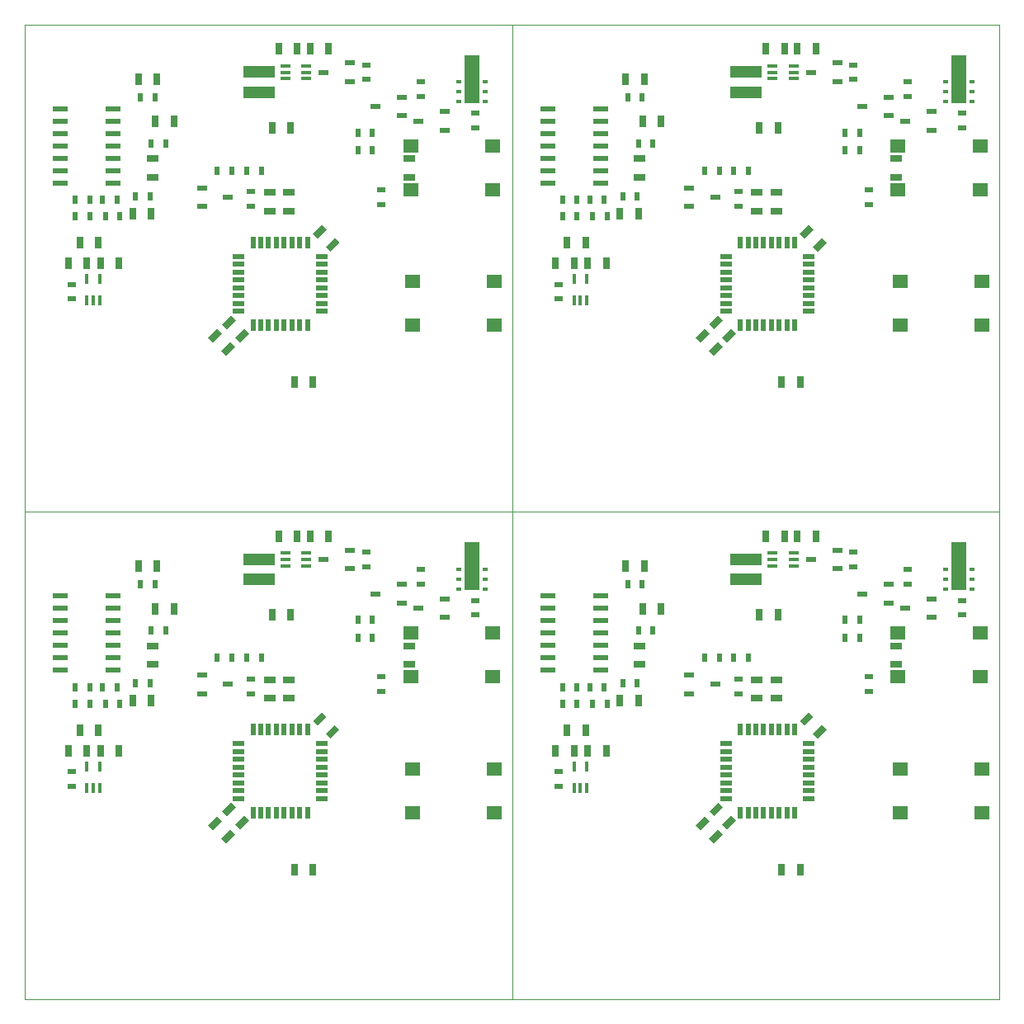
<source format=gbr>
G04 #@! TF.FileFunction,Paste,Top*
%FSLAX46Y46*%
G04 Gerber Fmt 4.6, Leading zero omitted, Abs format (unit mm)*
G04 Created by KiCad (PCBNEW 4.0.4+dfsg1-stable) date Sun Feb 12 12:23:04 2017*
%MOMM*%
%LPD*%
G01*
G04 APERTURE LIST*
%ADD10C,0.100000*%
%ADD11R,1.000000X0.600000*%
%ADD12R,0.900000X0.500000*%
%ADD13R,0.600000X0.400000*%
%ADD14R,1.500000X5.000000*%
%ADD15R,1.600000X1.400000*%
%ADD16R,1.300000X0.700000*%
%ADD17R,0.700000X1.300000*%
%ADD18R,1.500000X0.600000*%
%ADD19R,0.500000X0.900000*%
%ADD20R,0.400000X1.000000*%
%ADD21R,0.500000X1.200000*%
%ADD22R,1.200000X0.500000*%
%ADD23R,3.200000X1.200000*%
%ADD24R,1.000000X0.350000*%
G04 APERTURE END LIST*
D10*
X91000000Y-40000000D02*
X191000000Y-40000000D01*
X91000000Y-90000000D02*
X191000000Y-90000000D01*
X141000000Y-40000000D02*
X141000000Y-140000000D01*
X91000000Y-140000000D02*
X191000000Y-140000000D01*
X91000000Y-40000000D02*
X91000000Y-140000000D01*
X191000000Y-40000000D02*
X191000000Y-140000000D01*
D11*
X134050000Y-100850000D03*
X134050000Y-98950000D03*
X131350000Y-99900000D03*
D12*
X137200000Y-100600000D03*
X137200000Y-99100000D03*
D13*
X138200000Y-97900000D03*
X138200000Y-96900000D03*
X138200000Y-95900000D03*
X135500000Y-95900000D03*
X135500000Y-96900000D03*
X135500000Y-97900000D03*
D14*
X136850000Y-95600000D03*
D12*
X131600000Y-97400000D03*
X131600000Y-95900000D03*
D15*
X139000000Y-106950000D03*
X139000000Y-102450000D03*
X130600000Y-106950000D03*
X130600000Y-102450000D03*
D16*
X104100000Y-103750000D03*
X104100000Y-105650000D03*
D17*
X106300000Y-99950000D03*
X104400000Y-99950000D03*
X102650000Y-95600000D03*
X104550000Y-95600000D03*
D18*
X100050000Y-106260000D03*
X100050000Y-104990000D03*
X100050000Y-103720000D03*
X100050000Y-102450000D03*
X100050000Y-101180000D03*
X100050000Y-99910000D03*
X100050000Y-98640000D03*
X94650000Y-98640000D03*
X94650000Y-99910000D03*
X94650000Y-101180000D03*
X94650000Y-102450000D03*
X94650000Y-103720000D03*
X94650000Y-104990000D03*
X94650000Y-106260000D03*
D19*
X103950000Y-102200000D03*
X105450000Y-102200000D03*
X102850000Y-97450000D03*
X104350000Y-97450000D03*
X125150000Y-101100000D03*
X126650000Y-101100000D03*
X126650000Y-102900000D03*
X125150000Y-102900000D03*
D12*
X127600000Y-108450000D03*
X127600000Y-106950000D03*
D16*
X130400000Y-105650000D03*
X130400000Y-103750000D03*
D11*
X129650000Y-99350000D03*
X129650000Y-97450000D03*
X126950000Y-98400000D03*
D12*
X114200000Y-108650000D03*
X114200000Y-107150000D03*
D19*
X113750000Y-105000000D03*
X115250000Y-105000000D03*
D16*
X116100000Y-109150000D03*
X116100000Y-107250000D03*
D11*
X109150000Y-106750000D03*
X109150000Y-108650000D03*
X111850000Y-107700000D03*
D19*
X110750000Y-105000000D03*
X112250000Y-105000000D03*
D16*
X118100000Y-109150000D03*
X118100000Y-107250000D03*
D17*
X97350000Y-114500000D03*
X95450000Y-114500000D03*
X96650000Y-112400000D03*
X98550000Y-112400000D03*
D12*
X95800000Y-118150000D03*
X95800000Y-116650000D03*
D17*
X98750000Y-114500000D03*
X100650000Y-114500000D03*
D20*
X97350000Y-118300000D03*
X98000000Y-118300000D03*
X98650000Y-118300000D03*
X98650000Y-116100000D03*
X97350000Y-116100000D03*
D15*
X139200000Y-120850000D03*
X139200000Y-116350000D03*
X130800000Y-120850000D03*
X130800000Y-116350000D03*
D10*
G36*
X113978858Y-121659619D02*
X113059619Y-122578858D01*
X112564644Y-122083883D01*
X113483883Y-121164644D01*
X113978858Y-121659619D01*
X113978858Y-121659619D01*
G37*
G36*
X112635356Y-120316117D02*
X111716117Y-121235356D01*
X111221142Y-120740381D01*
X112140381Y-119821142D01*
X112635356Y-120316117D01*
X112635356Y-120316117D01*
G37*
D21*
X120000000Y-112350000D03*
X119200000Y-112350000D03*
X118400000Y-112350000D03*
X117600000Y-112350000D03*
X116800000Y-112350000D03*
X116000000Y-112350000D03*
X115200000Y-112350000D03*
X114400000Y-112350000D03*
D22*
X112950000Y-113800000D03*
X112950000Y-114600000D03*
X112950000Y-115400000D03*
X112950000Y-116200000D03*
X112950000Y-117000000D03*
X112950000Y-117800000D03*
X112950000Y-118600000D03*
X112950000Y-119400000D03*
D21*
X114400000Y-120850000D03*
X115200000Y-120850000D03*
X116000000Y-120850000D03*
X116800000Y-120850000D03*
X117600000Y-120850000D03*
X118400000Y-120850000D03*
X119200000Y-120850000D03*
X120000000Y-120850000D03*
D22*
X121450000Y-119400000D03*
X121450000Y-118600000D03*
X121450000Y-117800000D03*
X121450000Y-117000000D03*
X121450000Y-116200000D03*
X121450000Y-115400000D03*
X121450000Y-114600000D03*
X121450000Y-113800000D03*
D10*
G36*
X112578858Y-123059619D02*
X111659619Y-123978858D01*
X111164644Y-123483883D01*
X112083883Y-122564644D01*
X112578858Y-123059619D01*
X112578858Y-123059619D01*
G37*
G36*
X111235356Y-121716117D02*
X110316117Y-122635356D01*
X109821142Y-122140381D01*
X110740381Y-121221142D01*
X111235356Y-121716117D01*
X111235356Y-121716117D01*
G37*
G36*
X120521142Y-111440381D02*
X121440381Y-110521142D01*
X121935356Y-111016117D01*
X121016117Y-111935356D01*
X120521142Y-111440381D01*
X120521142Y-111440381D01*
G37*
G36*
X121864644Y-112783883D02*
X122783883Y-111864644D01*
X123278858Y-112359619D01*
X122359619Y-113278858D01*
X121864644Y-112783883D01*
X121864644Y-112783883D01*
G37*
D17*
X120550000Y-126700000D03*
X118650000Y-126700000D03*
D19*
X98950000Y-108000000D03*
X100450000Y-108000000D03*
D17*
X102050000Y-109400000D03*
X103950000Y-109400000D03*
D19*
X96150000Y-108000000D03*
X97650000Y-108000000D03*
X102350000Y-107600000D03*
X103850000Y-107600000D03*
X96150000Y-109700000D03*
X97650000Y-109700000D03*
X99250000Y-109700000D03*
X100750000Y-109700000D03*
D11*
X124350000Y-95850000D03*
X124350000Y-93950000D03*
X121650000Y-94900000D03*
D17*
X122150000Y-92500000D03*
X120250000Y-92500000D03*
X117050000Y-92500000D03*
X118950000Y-92500000D03*
D23*
X115000000Y-96940000D03*
X115000000Y-94860000D03*
D17*
X118250000Y-100600000D03*
X116350000Y-100600000D03*
D24*
X119900000Y-95550000D03*
X119900000Y-94900000D03*
X119900000Y-94250000D03*
X117700000Y-94250000D03*
X117700000Y-94900000D03*
X117700000Y-95550000D03*
D12*
X126000000Y-95650000D03*
X126000000Y-94150000D03*
D11*
X184050000Y-100850000D03*
X184050000Y-98950000D03*
X181350000Y-99900000D03*
D12*
X187200000Y-100600000D03*
X187200000Y-99100000D03*
D13*
X188200000Y-97900000D03*
X188200000Y-96900000D03*
X188200000Y-95900000D03*
X185500000Y-95900000D03*
X185500000Y-96900000D03*
X185500000Y-97900000D03*
D14*
X186850000Y-95600000D03*
D12*
X181600000Y-97400000D03*
X181600000Y-95900000D03*
D15*
X189000000Y-106950000D03*
X189000000Y-102450000D03*
X180600000Y-106950000D03*
X180600000Y-102450000D03*
D16*
X154100000Y-103750000D03*
X154100000Y-105650000D03*
D17*
X156300000Y-99950000D03*
X154400000Y-99950000D03*
X152650000Y-95600000D03*
X154550000Y-95600000D03*
D18*
X150050000Y-106260000D03*
X150050000Y-104990000D03*
X150050000Y-103720000D03*
X150050000Y-102450000D03*
X150050000Y-101180000D03*
X150050000Y-99910000D03*
X150050000Y-98640000D03*
X144650000Y-98640000D03*
X144650000Y-99910000D03*
X144650000Y-101180000D03*
X144650000Y-102450000D03*
X144650000Y-103720000D03*
X144650000Y-104990000D03*
X144650000Y-106260000D03*
D19*
X153950000Y-102200000D03*
X155450000Y-102200000D03*
X152850000Y-97450000D03*
X154350000Y-97450000D03*
X175150000Y-101100000D03*
X176650000Y-101100000D03*
X176650000Y-102900000D03*
X175150000Y-102900000D03*
D12*
X177600000Y-108450000D03*
X177600000Y-106950000D03*
D16*
X180400000Y-105650000D03*
X180400000Y-103750000D03*
D11*
X179650000Y-99350000D03*
X179650000Y-97450000D03*
X176950000Y-98400000D03*
D12*
X164200000Y-108650000D03*
X164200000Y-107150000D03*
D19*
X163750000Y-105000000D03*
X165250000Y-105000000D03*
D16*
X166100000Y-109150000D03*
X166100000Y-107250000D03*
D11*
X159150000Y-106750000D03*
X159150000Y-108650000D03*
X161850000Y-107700000D03*
D19*
X160750000Y-105000000D03*
X162250000Y-105000000D03*
D16*
X168100000Y-109150000D03*
X168100000Y-107250000D03*
D17*
X147350000Y-114500000D03*
X145450000Y-114500000D03*
X146650000Y-112400000D03*
X148550000Y-112400000D03*
D12*
X145800000Y-118150000D03*
X145800000Y-116650000D03*
D17*
X148750000Y-114500000D03*
X150650000Y-114500000D03*
D20*
X147350000Y-118300000D03*
X148000000Y-118300000D03*
X148650000Y-118300000D03*
X148650000Y-116100000D03*
X147350000Y-116100000D03*
D15*
X189200000Y-120850000D03*
X189200000Y-116350000D03*
X180800000Y-120850000D03*
X180800000Y-116350000D03*
D10*
G36*
X163978858Y-121659619D02*
X163059619Y-122578858D01*
X162564644Y-122083883D01*
X163483883Y-121164644D01*
X163978858Y-121659619D01*
X163978858Y-121659619D01*
G37*
G36*
X162635356Y-120316117D02*
X161716117Y-121235356D01*
X161221142Y-120740381D01*
X162140381Y-119821142D01*
X162635356Y-120316117D01*
X162635356Y-120316117D01*
G37*
D21*
X170000000Y-112350000D03*
X169200000Y-112350000D03*
X168400000Y-112350000D03*
X167600000Y-112350000D03*
X166800000Y-112350000D03*
X166000000Y-112350000D03*
X165200000Y-112350000D03*
X164400000Y-112350000D03*
D22*
X162950000Y-113800000D03*
X162950000Y-114600000D03*
X162950000Y-115400000D03*
X162950000Y-116200000D03*
X162950000Y-117000000D03*
X162950000Y-117800000D03*
X162950000Y-118600000D03*
X162950000Y-119400000D03*
D21*
X164400000Y-120850000D03*
X165200000Y-120850000D03*
X166000000Y-120850000D03*
X166800000Y-120850000D03*
X167600000Y-120850000D03*
X168400000Y-120850000D03*
X169200000Y-120850000D03*
X170000000Y-120850000D03*
D22*
X171450000Y-119400000D03*
X171450000Y-118600000D03*
X171450000Y-117800000D03*
X171450000Y-117000000D03*
X171450000Y-116200000D03*
X171450000Y-115400000D03*
X171450000Y-114600000D03*
X171450000Y-113800000D03*
D10*
G36*
X162578858Y-123059619D02*
X161659619Y-123978858D01*
X161164644Y-123483883D01*
X162083883Y-122564644D01*
X162578858Y-123059619D01*
X162578858Y-123059619D01*
G37*
G36*
X161235356Y-121716117D02*
X160316117Y-122635356D01*
X159821142Y-122140381D01*
X160740381Y-121221142D01*
X161235356Y-121716117D01*
X161235356Y-121716117D01*
G37*
G36*
X170521142Y-111440381D02*
X171440381Y-110521142D01*
X171935356Y-111016117D01*
X171016117Y-111935356D01*
X170521142Y-111440381D01*
X170521142Y-111440381D01*
G37*
G36*
X171864644Y-112783883D02*
X172783883Y-111864644D01*
X173278858Y-112359619D01*
X172359619Y-113278858D01*
X171864644Y-112783883D01*
X171864644Y-112783883D01*
G37*
D17*
X170550000Y-126700000D03*
X168650000Y-126700000D03*
D19*
X148950000Y-108000000D03*
X150450000Y-108000000D03*
D17*
X152050000Y-109400000D03*
X153950000Y-109400000D03*
D19*
X146150000Y-108000000D03*
X147650000Y-108000000D03*
X152350000Y-107600000D03*
X153850000Y-107600000D03*
X146150000Y-109700000D03*
X147650000Y-109700000D03*
X149250000Y-109700000D03*
X150750000Y-109700000D03*
D11*
X174350000Y-95850000D03*
X174350000Y-93950000D03*
X171650000Y-94900000D03*
D17*
X172150000Y-92500000D03*
X170250000Y-92500000D03*
X167050000Y-92500000D03*
X168950000Y-92500000D03*
D23*
X165000000Y-96940000D03*
X165000000Y-94860000D03*
D17*
X168250000Y-100600000D03*
X166350000Y-100600000D03*
D24*
X169900000Y-95550000D03*
X169900000Y-94900000D03*
X169900000Y-94250000D03*
X167700000Y-94250000D03*
X167700000Y-94900000D03*
X167700000Y-95550000D03*
D12*
X176000000Y-95650000D03*
X176000000Y-94150000D03*
D11*
X184050000Y-50850000D03*
X184050000Y-48950000D03*
X181350000Y-49900000D03*
D12*
X187200000Y-50600000D03*
X187200000Y-49100000D03*
D13*
X188200000Y-47900000D03*
X188200000Y-46900000D03*
X188200000Y-45900000D03*
X185500000Y-45900000D03*
X185500000Y-46900000D03*
X185500000Y-47900000D03*
D14*
X186850000Y-45600000D03*
D12*
X181600000Y-47400000D03*
X181600000Y-45900000D03*
D15*
X189000000Y-56950000D03*
X189000000Y-52450000D03*
X180600000Y-56950000D03*
X180600000Y-52450000D03*
D16*
X154100000Y-53750000D03*
X154100000Y-55650000D03*
D17*
X156300000Y-49950000D03*
X154400000Y-49950000D03*
X152650000Y-45600000D03*
X154550000Y-45600000D03*
D18*
X150050000Y-56260000D03*
X150050000Y-54990000D03*
X150050000Y-53720000D03*
X150050000Y-52450000D03*
X150050000Y-51180000D03*
X150050000Y-49910000D03*
X150050000Y-48640000D03*
X144650000Y-48640000D03*
X144650000Y-49910000D03*
X144650000Y-51180000D03*
X144650000Y-52450000D03*
X144650000Y-53720000D03*
X144650000Y-54990000D03*
X144650000Y-56260000D03*
D19*
X153950000Y-52200000D03*
X155450000Y-52200000D03*
X152850000Y-47450000D03*
X154350000Y-47450000D03*
X175150000Y-51100000D03*
X176650000Y-51100000D03*
X176650000Y-52900000D03*
X175150000Y-52900000D03*
D12*
X177600000Y-58450000D03*
X177600000Y-56950000D03*
D16*
X180400000Y-55650000D03*
X180400000Y-53750000D03*
D11*
X179650000Y-49350000D03*
X179650000Y-47450000D03*
X176950000Y-48400000D03*
D12*
X164200000Y-58650000D03*
X164200000Y-57150000D03*
D19*
X163750000Y-55000000D03*
X165250000Y-55000000D03*
D16*
X166100000Y-59150000D03*
X166100000Y-57250000D03*
D11*
X159150000Y-56750000D03*
X159150000Y-58650000D03*
X161850000Y-57700000D03*
D19*
X160750000Y-55000000D03*
X162250000Y-55000000D03*
D16*
X168100000Y-59150000D03*
X168100000Y-57250000D03*
D17*
X147350000Y-64500000D03*
X145450000Y-64500000D03*
X146650000Y-62400000D03*
X148550000Y-62400000D03*
D12*
X145800000Y-68150000D03*
X145800000Y-66650000D03*
D17*
X148750000Y-64500000D03*
X150650000Y-64500000D03*
D20*
X147350000Y-68300000D03*
X148000000Y-68300000D03*
X148650000Y-68300000D03*
X148650000Y-66100000D03*
X147350000Y-66100000D03*
D15*
X189200000Y-70850000D03*
X189200000Y-66350000D03*
X180800000Y-70850000D03*
X180800000Y-66350000D03*
D10*
G36*
X163978858Y-71659619D02*
X163059619Y-72578858D01*
X162564644Y-72083883D01*
X163483883Y-71164644D01*
X163978858Y-71659619D01*
X163978858Y-71659619D01*
G37*
G36*
X162635356Y-70316117D02*
X161716117Y-71235356D01*
X161221142Y-70740381D01*
X162140381Y-69821142D01*
X162635356Y-70316117D01*
X162635356Y-70316117D01*
G37*
D21*
X170000000Y-62350000D03*
X169200000Y-62350000D03*
X168400000Y-62350000D03*
X167600000Y-62350000D03*
X166800000Y-62350000D03*
X166000000Y-62350000D03*
X165200000Y-62350000D03*
X164400000Y-62350000D03*
D22*
X162950000Y-63800000D03*
X162950000Y-64600000D03*
X162950000Y-65400000D03*
X162950000Y-66200000D03*
X162950000Y-67000000D03*
X162950000Y-67800000D03*
X162950000Y-68600000D03*
X162950000Y-69400000D03*
D21*
X164400000Y-70850000D03*
X165200000Y-70850000D03*
X166000000Y-70850000D03*
X166800000Y-70850000D03*
X167600000Y-70850000D03*
X168400000Y-70850000D03*
X169200000Y-70850000D03*
X170000000Y-70850000D03*
D22*
X171450000Y-69400000D03*
X171450000Y-68600000D03*
X171450000Y-67800000D03*
X171450000Y-67000000D03*
X171450000Y-66200000D03*
X171450000Y-65400000D03*
X171450000Y-64600000D03*
X171450000Y-63800000D03*
D10*
G36*
X162578858Y-73059619D02*
X161659619Y-73978858D01*
X161164644Y-73483883D01*
X162083883Y-72564644D01*
X162578858Y-73059619D01*
X162578858Y-73059619D01*
G37*
G36*
X161235356Y-71716117D02*
X160316117Y-72635356D01*
X159821142Y-72140381D01*
X160740381Y-71221142D01*
X161235356Y-71716117D01*
X161235356Y-71716117D01*
G37*
G36*
X170521142Y-61440381D02*
X171440381Y-60521142D01*
X171935356Y-61016117D01*
X171016117Y-61935356D01*
X170521142Y-61440381D01*
X170521142Y-61440381D01*
G37*
G36*
X171864644Y-62783883D02*
X172783883Y-61864644D01*
X173278858Y-62359619D01*
X172359619Y-63278858D01*
X171864644Y-62783883D01*
X171864644Y-62783883D01*
G37*
D17*
X170550000Y-76700000D03*
X168650000Y-76700000D03*
D19*
X148950000Y-58000000D03*
X150450000Y-58000000D03*
D17*
X152050000Y-59400000D03*
X153950000Y-59400000D03*
D19*
X146150000Y-58000000D03*
X147650000Y-58000000D03*
X152350000Y-57600000D03*
X153850000Y-57600000D03*
X146150000Y-59700000D03*
X147650000Y-59700000D03*
X149250000Y-59700000D03*
X150750000Y-59700000D03*
D11*
X174350000Y-45850000D03*
X174350000Y-43950000D03*
X171650000Y-44900000D03*
D17*
X172150000Y-42500000D03*
X170250000Y-42500000D03*
X167050000Y-42500000D03*
X168950000Y-42500000D03*
D23*
X165000000Y-46940000D03*
X165000000Y-44860000D03*
D17*
X168250000Y-50600000D03*
X166350000Y-50600000D03*
D24*
X169900000Y-45550000D03*
X169900000Y-44900000D03*
X169900000Y-44250000D03*
X167700000Y-44250000D03*
X167700000Y-44900000D03*
X167700000Y-45550000D03*
D12*
X176000000Y-45650000D03*
X176000000Y-44150000D03*
D21*
X120000000Y-62350000D03*
X119200000Y-62350000D03*
X118400000Y-62350000D03*
X117600000Y-62350000D03*
X116800000Y-62350000D03*
X116000000Y-62350000D03*
X115200000Y-62350000D03*
X114400000Y-62350000D03*
D22*
X112950000Y-63800000D03*
X112950000Y-64600000D03*
X112950000Y-65400000D03*
X112950000Y-66200000D03*
X112950000Y-67000000D03*
X112950000Y-67800000D03*
X112950000Y-68600000D03*
X112950000Y-69400000D03*
D21*
X114400000Y-70850000D03*
X115200000Y-70850000D03*
X116000000Y-70850000D03*
X116800000Y-70850000D03*
X117600000Y-70850000D03*
X118400000Y-70850000D03*
X119200000Y-70850000D03*
X120000000Y-70850000D03*
D22*
X121450000Y-69400000D03*
X121450000Y-68600000D03*
X121450000Y-67800000D03*
X121450000Y-67000000D03*
X121450000Y-66200000D03*
X121450000Y-65400000D03*
X121450000Y-64600000D03*
X121450000Y-63800000D03*
D17*
X120550000Y-76700000D03*
X118650000Y-76700000D03*
D19*
X126650000Y-52900000D03*
X125150000Y-52900000D03*
D10*
G36*
X113978858Y-71659619D02*
X113059619Y-72578858D01*
X112564644Y-72083883D01*
X113483883Y-71164644D01*
X113978858Y-71659619D01*
X113978858Y-71659619D01*
G37*
G36*
X112635356Y-70316117D02*
X111716117Y-71235356D01*
X111221142Y-70740381D01*
X112140381Y-69821142D01*
X112635356Y-70316117D01*
X112635356Y-70316117D01*
G37*
G36*
X120521142Y-61440381D02*
X121440381Y-60521142D01*
X121935356Y-61016117D01*
X121016117Y-61935356D01*
X120521142Y-61440381D01*
X120521142Y-61440381D01*
G37*
G36*
X121864644Y-62783883D02*
X122783883Y-61864644D01*
X123278858Y-62359619D01*
X122359619Y-63278858D01*
X121864644Y-62783883D01*
X121864644Y-62783883D01*
G37*
G36*
X112578858Y-73059619D02*
X111659619Y-73978858D01*
X111164644Y-73483883D01*
X112083883Y-72564644D01*
X112578858Y-73059619D01*
X112578858Y-73059619D01*
G37*
G36*
X111235356Y-71716117D02*
X110316117Y-72635356D01*
X109821142Y-72140381D01*
X110740381Y-71221142D01*
X111235356Y-71716117D01*
X111235356Y-71716117D01*
G37*
D16*
X118100000Y-59150000D03*
X118100000Y-57250000D03*
X116100000Y-59150000D03*
X116100000Y-57250000D03*
X130400000Y-55650000D03*
X130400000Y-53750000D03*
D17*
X118250000Y-50600000D03*
X116350000Y-50600000D03*
X106300000Y-49950000D03*
X104400000Y-49950000D03*
X102650000Y-45600000D03*
X104550000Y-45600000D03*
X96650000Y-62400000D03*
X98550000Y-62400000D03*
D16*
X104100000Y-53750000D03*
X104100000Y-55650000D03*
D17*
X102050000Y-59400000D03*
X103950000Y-59400000D03*
X98750000Y-64500000D03*
X100650000Y-64500000D03*
X97350000Y-64500000D03*
X95450000Y-64500000D03*
X122150000Y-42500000D03*
X120250000Y-42500000D03*
X117050000Y-42500000D03*
X118950000Y-42500000D03*
D11*
X124350000Y-45850000D03*
X124350000Y-43950000D03*
X121650000Y-44900000D03*
D12*
X127600000Y-58450000D03*
X127600000Y-56950000D03*
D19*
X125150000Y-51100000D03*
X126650000Y-51100000D03*
X113750000Y-55000000D03*
X115250000Y-55000000D03*
X110750000Y-55000000D03*
X112250000Y-55000000D03*
X102850000Y-47450000D03*
X104350000Y-47450000D03*
X103950000Y-52200000D03*
X105450000Y-52200000D03*
X96150000Y-58000000D03*
X97650000Y-58000000D03*
X98950000Y-58000000D03*
X100450000Y-58000000D03*
X102350000Y-57600000D03*
X103850000Y-57600000D03*
D12*
X126000000Y-45650000D03*
X126000000Y-44150000D03*
X95800000Y-68150000D03*
X95800000Y-66650000D03*
D15*
X139000000Y-56950000D03*
X139000000Y-52450000D03*
X130600000Y-56950000D03*
X130600000Y-52450000D03*
D18*
X100050000Y-56260000D03*
X100050000Y-54990000D03*
X100050000Y-53720000D03*
X100050000Y-52450000D03*
X100050000Y-51180000D03*
X100050000Y-49910000D03*
X100050000Y-48640000D03*
X94650000Y-48640000D03*
X94650000Y-49910000D03*
X94650000Y-51180000D03*
X94650000Y-52450000D03*
X94650000Y-53720000D03*
X94650000Y-54990000D03*
X94650000Y-56260000D03*
D20*
X97350000Y-68300000D03*
X98000000Y-68300000D03*
X98650000Y-68300000D03*
X98650000Y-66100000D03*
X97350000Y-66100000D03*
D23*
X115000000Y-46940000D03*
X115000000Y-44860000D03*
D24*
X119900000Y-45550000D03*
X119900000Y-44900000D03*
X119900000Y-44250000D03*
X117700000Y-44250000D03*
X117700000Y-44900000D03*
X117700000Y-45550000D03*
D19*
X96150000Y-59700000D03*
X97650000Y-59700000D03*
X99250000Y-59700000D03*
X100750000Y-59700000D03*
D15*
X139200000Y-70850000D03*
X139200000Y-66350000D03*
X130800000Y-70850000D03*
X130800000Y-66350000D03*
D13*
X138200000Y-47900000D03*
X138200000Y-46900000D03*
X138200000Y-45900000D03*
X135500000Y-45900000D03*
X135500000Y-46900000D03*
X135500000Y-47900000D03*
D14*
X136850000Y-45600000D03*
D11*
X134050000Y-50850000D03*
X134050000Y-48950000D03*
X131350000Y-49900000D03*
X129650000Y-49350000D03*
X129650000Y-47450000D03*
X126950000Y-48400000D03*
D12*
X137200000Y-50600000D03*
X137200000Y-49100000D03*
X131600000Y-47400000D03*
X131600000Y-45900000D03*
D11*
X109150000Y-56750000D03*
X109150000Y-58650000D03*
X111850000Y-57700000D03*
D12*
X114200000Y-58650000D03*
X114200000Y-57150000D03*
M02*

</source>
